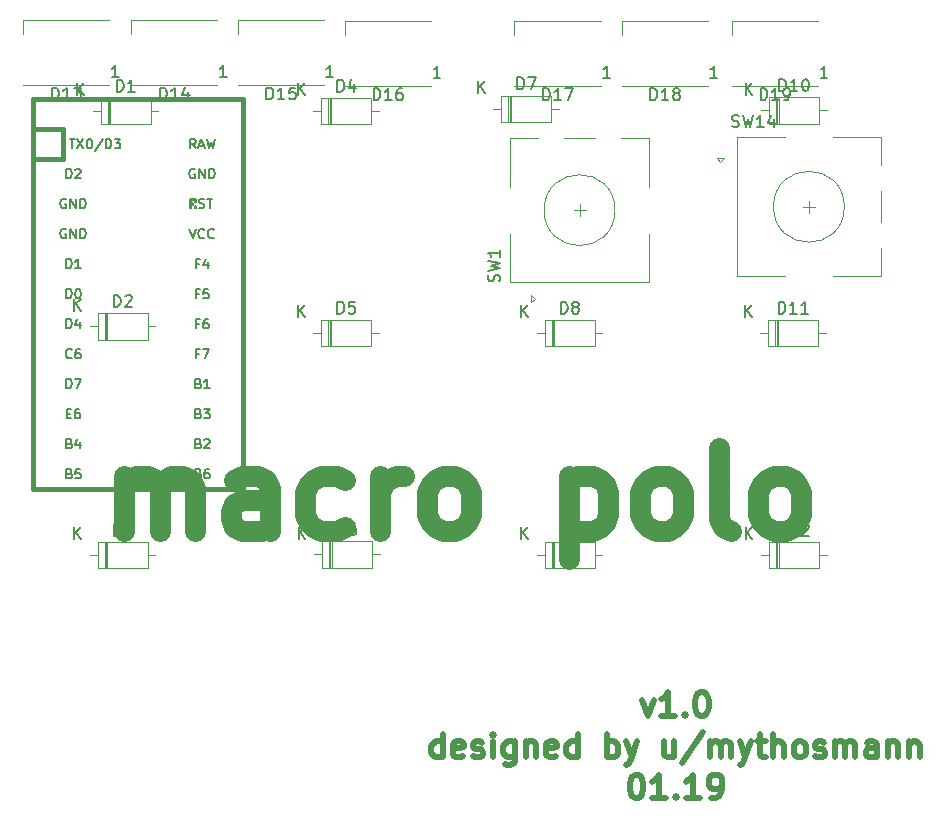
<source format=gbr>
G04 #@! TF.GenerationSoftware,KiCad,Pcbnew,(5.0.2)-1*
G04 #@! TF.CreationDate,2019-01-29T20:35:51-05:00*
G04 #@! TF.ProjectId,4x5macro,3478356d-6163-4726-9f2e-6b696361645f,rev?*
G04 #@! TF.SameCoordinates,Original*
G04 #@! TF.FileFunction,Legend,Top*
G04 #@! TF.FilePolarity,Positive*
%FSLAX46Y46*%
G04 Gerber Fmt 4.6, Leading zero omitted, Abs format (unit mm)*
G04 Created by KiCad (PCBNEW (5.0.2)-1) date 1/29/2019 8:35:51 PM*
%MOMM*%
%LPD*%
G01*
G04 APERTURE LIST*
%ADD10C,0.500000*%
%ADD11C,1.750000*%
%ADD12C,0.120000*%
%ADD13C,0.381000*%
%ADD14C,0.150000*%
G04 APERTURE END LIST*
D10*
X82740857Y-75890928D02*
X83217047Y-77224261D01*
X83693238Y-75890928D01*
X85502761Y-77224261D02*
X84359904Y-77224261D01*
X84931333Y-77224261D02*
X84931333Y-75224261D01*
X84740857Y-75509976D01*
X84550380Y-75700452D01*
X84359904Y-75795690D01*
X86359904Y-77033785D02*
X86455142Y-77129023D01*
X86359904Y-77224261D01*
X86264666Y-77129023D01*
X86359904Y-77033785D01*
X86359904Y-77224261D01*
X87693238Y-75224261D02*
X87883714Y-75224261D01*
X88074190Y-75319500D01*
X88169428Y-75414738D01*
X88264666Y-75605214D01*
X88359904Y-75986166D01*
X88359904Y-76462357D01*
X88264666Y-76843309D01*
X88169428Y-77033785D01*
X88074190Y-77129023D01*
X87883714Y-77224261D01*
X87693238Y-77224261D01*
X87502761Y-77129023D01*
X87407523Y-77033785D01*
X87312285Y-76843309D01*
X87217047Y-76462357D01*
X87217047Y-75986166D01*
X87312285Y-75605214D01*
X87407523Y-75414738D01*
X87502761Y-75319500D01*
X87693238Y-75224261D01*
X65836095Y-80724261D02*
X65836095Y-78724261D01*
X65836095Y-80629023D02*
X65645619Y-80724261D01*
X65264666Y-80724261D01*
X65074190Y-80629023D01*
X64978952Y-80533785D01*
X64883714Y-80343309D01*
X64883714Y-79771880D01*
X64978952Y-79581404D01*
X65074190Y-79486166D01*
X65264666Y-79390928D01*
X65645619Y-79390928D01*
X65836095Y-79486166D01*
X67550380Y-80629023D02*
X67359904Y-80724261D01*
X66978952Y-80724261D01*
X66788476Y-80629023D01*
X66693238Y-80438547D01*
X66693238Y-79676642D01*
X66788476Y-79486166D01*
X66978952Y-79390928D01*
X67359904Y-79390928D01*
X67550380Y-79486166D01*
X67645619Y-79676642D01*
X67645619Y-79867119D01*
X66693238Y-80057595D01*
X68407523Y-80629023D02*
X68598000Y-80724261D01*
X68978952Y-80724261D01*
X69169428Y-80629023D01*
X69264666Y-80438547D01*
X69264666Y-80343309D01*
X69169428Y-80152833D01*
X68978952Y-80057595D01*
X68693238Y-80057595D01*
X68502761Y-79962357D01*
X68407523Y-79771880D01*
X68407523Y-79676642D01*
X68502761Y-79486166D01*
X68693238Y-79390928D01*
X68978952Y-79390928D01*
X69169428Y-79486166D01*
X70121809Y-80724261D02*
X70121809Y-79390928D01*
X70121809Y-78724261D02*
X70026571Y-78819500D01*
X70121809Y-78914738D01*
X70217047Y-78819500D01*
X70121809Y-78724261D01*
X70121809Y-78914738D01*
X71931333Y-79390928D02*
X71931333Y-81009976D01*
X71836095Y-81200452D01*
X71740857Y-81295690D01*
X71550380Y-81390928D01*
X71264666Y-81390928D01*
X71074190Y-81295690D01*
X71931333Y-80629023D02*
X71740857Y-80724261D01*
X71359904Y-80724261D01*
X71169428Y-80629023D01*
X71074190Y-80533785D01*
X70978952Y-80343309D01*
X70978952Y-79771880D01*
X71074190Y-79581404D01*
X71169428Y-79486166D01*
X71359904Y-79390928D01*
X71740857Y-79390928D01*
X71931333Y-79486166D01*
X72883714Y-79390928D02*
X72883714Y-80724261D01*
X72883714Y-79581404D02*
X72978952Y-79486166D01*
X73169428Y-79390928D01*
X73455142Y-79390928D01*
X73645619Y-79486166D01*
X73740857Y-79676642D01*
X73740857Y-80724261D01*
X75455142Y-80629023D02*
X75264666Y-80724261D01*
X74883714Y-80724261D01*
X74693238Y-80629023D01*
X74598000Y-80438547D01*
X74598000Y-79676642D01*
X74693238Y-79486166D01*
X74883714Y-79390928D01*
X75264666Y-79390928D01*
X75455142Y-79486166D01*
X75550380Y-79676642D01*
X75550380Y-79867119D01*
X74598000Y-80057595D01*
X77264666Y-80724261D02*
X77264666Y-78724261D01*
X77264666Y-80629023D02*
X77074190Y-80724261D01*
X76693238Y-80724261D01*
X76502761Y-80629023D01*
X76407523Y-80533785D01*
X76312285Y-80343309D01*
X76312285Y-79771880D01*
X76407523Y-79581404D01*
X76502761Y-79486166D01*
X76693238Y-79390928D01*
X77074190Y-79390928D01*
X77264666Y-79486166D01*
X79740857Y-80724261D02*
X79740857Y-78724261D01*
X79740857Y-79486166D02*
X79931333Y-79390928D01*
X80312285Y-79390928D01*
X80502761Y-79486166D01*
X80598000Y-79581404D01*
X80693238Y-79771880D01*
X80693238Y-80343309D01*
X80598000Y-80533785D01*
X80502761Y-80629023D01*
X80312285Y-80724261D01*
X79931333Y-80724261D01*
X79740857Y-80629023D01*
X81359904Y-79390928D02*
X81836095Y-80724261D01*
X82312285Y-79390928D02*
X81836095Y-80724261D01*
X81645619Y-81200452D01*
X81550380Y-81295690D01*
X81359904Y-81390928D01*
X85455142Y-79390928D02*
X85455142Y-80724261D01*
X84598000Y-79390928D02*
X84598000Y-80438547D01*
X84693238Y-80629023D01*
X84883714Y-80724261D01*
X85169428Y-80724261D01*
X85359904Y-80629023D01*
X85455142Y-80533785D01*
X87836095Y-78629023D02*
X86121809Y-81200452D01*
X88502761Y-80724261D02*
X88502761Y-79390928D01*
X88502761Y-79581404D02*
X88598000Y-79486166D01*
X88788476Y-79390928D01*
X89074190Y-79390928D01*
X89264666Y-79486166D01*
X89359904Y-79676642D01*
X89359904Y-80724261D01*
X89359904Y-79676642D02*
X89455142Y-79486166D01*
X89645619Y-79390928D01*
X89931333Y-79390928D01*
X90121809Y-79486166D01*
X90217047Y-79676642D01*
X90217047Y-80724261D01*
X90978952Y-79390928D02*
X91455142Y-80724261D01*
X91931333Y-79390928D02*
X91455142Y-80724261D01*
X91264666Y-81200452D01*
X91169428Y-81295690D01*
X90978952Y-81390928D01*
X92407523Y-79390928D02*
X93169428Y-79390928D01*
X92693238Y-78724261D02*
X92693238Y-80438547D01*
X92788476Y-80629023D01*
X92978952Y-80724261D01*
X93169428Y-80724261D01*
X93836095Y-80724261D02*
X93836095Y-78724261D01*
X94693238Y-80724261D02*
X94693238Y-79676642D01*
X94598000Y-79486166D01*
X94407523Y-79390928D01*
X94121809Y-79390928D01*
X93931333Y-79486166D01*
X93836095Y-79581404D01*
X95931333Y-80724261D02*
X95740857Y-80629023D01*
X95645619Y-80533785D01*
X95550380Y-80343309D01*
X95550380Y-79771880D01*
X95645619Y-79581404D01*
X95740857Y-79486166D01*
X95931333Y-79390928D01*
X96217047Y-79390928D01*
X96407523Y-79486166D01*
X96502761Y-79581404D01*
X96598000Y-79771880D01*
X96598000Y-80343309D01*
X96502761Y-80533785D01*
X96407523Y-80629023D01*
X96217047Y-80724261D01*
X95931333Y-80724261D01*
X97359904Y-80629023D02*
X97550380Y-80724261D01*
X97931333Y-80724261D01*
X98121809Y-80629023D01*
X98217047Y-80438547D01*
X98217047Y-80343309D01*
X98121809Y-80152833D01*
X97931333Y-80057595D01*
X97645619Y-80057595D01*
X97455142Y-79962357D01*
X97359904Y-79771880D01*
X97359904Y-79676642D01*
X97455142Y-79486166D01*
X97645619Y-79390928D01*
X97931333Y-79390928D01*
X98121809Y-79486166D01*
X99074190Y-80724261D02*
X99074190Y-79390928D01*
X99074190Y-79581404D02*
X99169428Y-79486166D01*
X99359904Y-79390928D01*
X99645619Y-79390928D01*
X99836095Y-79486166D01*
X99931333Y-79676642D01*
X99931333Y-80724261D01*
X99931333Y-79676642D02*
X100026571Y-79486166D01*
X100217047Y-79390928D01*
X100502761Y-79390928D01*
X100693238Y-79486166D01*
X100788476Y-79676642D01*
X100788476Y-80724261D01*
X102598000Y-80724261D02*
X102598000Y-79676642D01*
X102502761Y-79486166D01*
X102312285Y-79390928D01*
X101931333Y-79390928D01*
X101740857Y-79486166D01*
X102598000Y-80629023D02*
X102407523Y-80724261D01*
X101931333Y-80724261D01*
X101740857Y-80629023D01*
X101645619Y-80438547D01*
X101645619Y-80248071D01*
X101740857Y-80057595D01*
X101931333Y-79962357D01*
X102407523Y-79962357D01*
X102598000Y-79867119D01*
X103550380Y-79390928D02*
X103550380Y-80724261D01*
X103550380Y-79581404D02*
X103645619Y-79486166D01*
X103836095Y-79390928D01*
X104121809Y-79390928D01*
X104312285Y-79486166D01*
X104407523Y-79676642D01*
X104407523Y-80724261D01*
X105359904Y-79390928D02*
X105359904Y-80724261D01*
X105359904Y-79581404D02*
X105455142Y-79486166D01*
X105645619Y-79390928D01*
X105931333Y-79390928D01*
X106121809Y-79486166D01*
X106217047Y-79676642D01*
X106217047Y-80724261D01*
X82169428Y-82224261D02*
X82359904Y-82224261D01*
X82550380Y-82319500D01*
X82645619Y-82414738D01*
X82740857Y-82605214D01*
X82836095Y-82986166D01*
X82836095Y-83462357D01*
X82740857Y-83843309D01*
X82645619Y-84033785D01*
X82550380Y-84129023D01*
X82359904Y-84224261D01*
X82169428Y-84224261D01*
X81978952Y-84129023D01*
X81883714Y-84033785D01*
X81788476Y-83843309D01*
X81693238Y-83462357D01*
X81693238Y-82986166D01*
X81788476Y-82605214D01*
X81883714Y-82414738D01*
X81978952Y-82319500D01*
X82169428Y-82224261D01*
X84740857Y-84224261D02*
X83598000Y-84224261D01*
X84169428Y-84224261D02*
X84169428Y-82224261D01*
X83978952Y-82509976D01*
X83788476Y-82700452D01*
X83598000Y-82795690D01*
X85598000Y-84033785D02*
X85693238Y-84129023D01*
X85598000Y-84224261D01*
X85502761Y-84129023D01*
X85598000Y-84033785D01*
X85598000Y-84224261D01*
X87598000Y-84224261D02*
X86455142Y-84224261D01*
X87026571Y-84224261D02*
X87026571Y-82224261D01*
X86836095Y-82509976D01*
X86645619Y-82700452D01*
X86455142Y-82795690D01*
X88550380Y-84224261D02*
X88931333Y-84224261D01*
X89121809Y-84129023D01*
X89217047Y-84033785D01*
X89407523Y-83748071D01*
X89502761Y-83367119D01*
X89502761Y-82605214D01*
X89407523Y-82414738D01*
X89312285Y-82319500D01*
X89121809Y-82224261D01*
X88740857Y-82224261D01*
X88550380Y-82319500D01*
X88455142Y-82414738D01*
X88359904Y-82605214D01*
X88359904Y-83081404D01*
X88455142Y-83271880D01*
X88550380Y-83367119D01*
X88740857Y-83462357D01*
X89121809Y-83462357D01*
X89312285Y-83367119D01*
X89407523Y-83271880D01*
X89502761Y-83081404D01*
D11*
X38873500Y-61586666D02*
X38873500Y-56920000D01*
X38873500Y-57586666D02*
X39206833Y-57253333D01*
X39873500Y-56920000D01*
X40873500Y-56920000D01*
X41540166Y-57253333D01*
X41873500Y-57920000D01*
X41873500Y-61586666D01*
X41873500Y-57920000D02*
X42206833Y-57253333D01*
X42873500Y-56920000D01*
X43873500Y-56920000D01*
X44540166Y-57253333D01*
X44873500Y-57920000D01*
X44873500Y-61586666D01*
X51206833Y-61586666D02*
X51206833Y-57920000D01*
X50873500Y-57253333D01*
X50206833Y-56920000D01*
X48873500Y-56920000D01*
X48206833Y-57253333D01*
X51206833Y-61253333D02*
X50540166Y-61586666D01*
X48873500Y-61586666D01*
X48206833Y-61253333D01*
X47873500Y-60586666D01*
X47873500Y-59920000D01*
X48206833Y-59253333D01*
X48873500Y-58920000D01*
X50540166Y-58920000D01*
X51206833Y-58586666D01*
X57540166Y-61253333D02*
X56873500Y-61586666D01*
X55540166Y-61586666D01*
X54873500Y-61253333D01*
X54540166Y-60920000D01*
X54206833Y-60253333D01*
X54206833Y-58253333D01*
X54540166Y-57586666D01*
X54873500Y-57253333D01*
X55540166Y-56920000D01*
X56873500Y-56920000D01*
X57540166Y-57253333D01*
X60540166Y-61586666D02*
X60540166Y-56920000D01*
X60540166Y-58253333D02*
X60873500Y-57586666D01*
X61206833Y-57253333D01*
X61873500Y-56920000D01*
X62540166Y-56920000D01*
X65873500Y-61586666D02*
X65206833Y-61253333D01*
X64873500Y-60920000D01*
X64540166Y-60253333D01*
X64540166Y-58253333D01*
X64873500Y-57586666D01*
X65206833Y-57253333D01*
X65873500Y-56920000D01*
X66873500Y-56920000D01*
X67540166Y-57253333D01*
X67873500Y-57586666D01*
X68206833Y-58253333D01*
X68206833Y-60253333D01*
X67873500Y-60920000D01*
X67540166Y-61253333D01*
X66873500Y-61586666D01*
X65873500Y-61586666D01*
X76540166Y-56920000D02*
X76540166Y-63920000D01*
X76540166Y-57253333D02*
X77206833Y-56920000D01*
X78540166Y-56920000D01*
X79206833Y-57253333D01*
X79540166Y-57586666D01*
X79873500Y-58253333D01*
X79873500Y-60253333D01*
X79540166Y-60920000D01*
X79206833Y-61253333D01*
X78540166Y-61586666D01*
X77206833Y-61586666D01*
X76540166Y-61253333D01*
X83873500Y-61586666D02*
X83206833Y-61253333D01*
X82873500Y-60920000D01*
X82540166Y-60253333D01*
X82540166Y-58253333D01*
X82873500Y-57586666D01*
X83206833Y-57253333D01*
X83873500Y-56920000D01*
X84873500Y-56920000D01*
X85540166Y-57253333D01*
X85873500Y-57586666D01*
X86206833Y-58253333D01*
X86206833Y-60253333D01*
X85873500Y-60920000D01*
X85540166Y-61253333D01*
X84873500Y-61586666D01*
X83873500Y-61586666D01*
X90206833Y-61586666D02*
X89540166Y-61253333D01*
X89206833Y-60586666D01*
X89206833Y-54586666D01*
X93873500Y-61586666D02*
X93206833Y-61253333D01*
X92873500Y-60920000D01*
X92540166Y-60253333D01*
X92540166Y-58253333D01*
X92873500Y-57586666D01*
X93206833Y-57253333D01*
X93873500Y-56920000D01*
X94873500Y-56920000D01*
X95540166Y-57253333D01*
X95873500Y-57586666D01*
X96206833Y-58253333D01*
X96206833Y-60253333D01*
X95873500Y-60920000D01*
X95540166Y-61253333D01*
X94873500Y-61586666D01*
X93873500Y-61586666D01*
D12*
G04 #@! TO.C,SW1*
X80430000Y-34410000D02*
G75*
G03X80430000Y-34410000I-3000000J0D01*
G01*
X71530000Y-32410000D02*
X71530000Y-28310000D01*
X83330000Y-28310000D02*
X83330000Y-32410000D01*
X83330000Y-36410000D02*
X83330000Y-40510000D01*
X71530000Y-36410000D02*
X71530000Y-40510000D01*
X71530000Y-40510000D02*
X83330000Y-40510000D01*
X73630000Y-41910000D02*
X73330000Y-42210000D01*
X73330000Y-42210000D02*
X73330000Y-41610000D01*
X73330000Y-41610000D02*
X73630000Y-41910000D01*
X71530000Y-28310000D02*
X73930000Y-28310000D01*
X76130000Y-28310000D02*
X78730000Y-28310000D01*
X80930000Y-28310000D02*
X83330000Y-28310000D01*
X76930000Y-34410000D02*
X77930000Y-34410000D01*
X77430000Y-34910000D02*
X77430000Y-33910000D01*
G04 #@! TO.C,SW14*
X99844500Y-34123000D02*
G75*
G03X99844500Y-34123000I-3000000J0D01*
G01*
X98844500Y-28223000D02*
X102944500Y-28223000D01*
X102944500Y-40023000D02*
X98844500Y-40023000D01*
X94844500Y-40023000D02*
X90744500Y-40023000D01*
X94844500Y-28223000D02*
X90744500Y-28223000D01*
X90744500Y-28223000D02*
X90744500Y-40023000D01*
X89344500Y-30323000D02*
X89044500Y-30023000D01*
X89044500Y-30023000D02*
X89644500Y-30023000D01*
X89644500Y-30023000D02*
X89344500Y-30323000D01*
X102944500Y-28223000D02*
X102944500Y-30623000D01*
X102944500Y-32823000D02*
X102944500Y-35423000D01*
X102944500Y-37623000D02*
X102944500Y-40023000D01*
X96844500Y-33623000D02*
X96844500Y-34623000D01*
X96344500Y-34123000D02*
X97344500Y-34123000D01*
D13*
G04 #@! TO.C,U1*
X33655000Y-27559000D02*
X31115000Y-27559000D01*
X31115000Y-25019000D02*
X31115000Y-27559000D01*
X48895000Y-25019000D02*
X31115000Y-25019000D01*
X48895000Y-27559000D02*
X48895000Y-25019000D01*
D14*
G36*
X44936568Y-34038360D02*
X44936568Y-34238360D01*
X44836568Y-34238360D01*
X44836568Y-34038360D01*
X44936568Y-34038360D01*
G37*
X44936568Y-34038360D02*
X44936568Y-34238360D01*
X44836568Y-34238360D01*
X44836568Y-34038360D01*
X44936568Y-34038360D01*
G36*
X44536568Y-33438360D02*
X44536568Y-34238360D01*
X44436568Y-34238360D01*
X44436568Y-33438360D01*
X44536568Y-33438360D01*
G37*
X44536568Y-33438360D02*
X44536568Y-34238360D01*
X44436568Y-34238360D01*
X44436568Y-33438360D01*
X44536568Y-33438360D01*
G36*
X44936568Y-33438360D02*
X44936568Y-33538360D01*
X44436568Y-33538360D01*
X44436568Y-33438360D01*
X44936568Y-33438360D01*
G37*
X44936568Y-33438360D02*
X44936568Y-33538360D01*
X44436568Y-33538360D01*
X44436568Y-33438360D01*
X44936568Y-33438360D01*
G36*
X44736568Y-33838360D02*
X44736568Y-33938360D01*
X44636568Y-33938360D01*
X44636568Y-33838360D01*
X44736568Y-33838360D01*
G37*
X44736568Y-33838360D02*
X44736568Y-33938360D01*
X44636568Y-33938360D01*
X44636568Y-33838360D01*
X44736568Y-33838360D01*
G36*
X44936568Y-33438360D02*
X44936568Y-33738360D01*
X44836568Y-33738360D01*
X44836568Y-33438360D01*
X44936568Y-33438360D01*
G37*
X44936568Y-33438360D02*
X44936568Y-33738360D01*
X44836568Y-33738360D01*
X44836568Y-33438360D01*
X44936568Y-33438360D01*
D13*
X33655000Y-30099000D02*
X31115000Y-30099000D01*
X33655000Y-27559000D02*
X33655000Y-30099000D01*
X48895000Y-58039000D02*
X48895000Y-27559000D01*
X31115000Y-58039000D02*
X48895000Y-58039000D01*
X31115000Y-27559000D02*
X31115000Y-58039000D01*
D12*
G04 #@! TO.C,D11*
X93384000Y-43711000D02*
X93384000Y-45951000D01*
X93384000Y-45951000D02*
X97624000Y-45951000D01*
X97624000Y-45951000D02*
X97624000Y-43711000D01*
X97624000Y-43711000D02*
X93384000Y-43711000D01*
X92734000Y-44831000D02*
X93384000Y-44831000D01*
X98274000Y-44831000D02*
X97624000Y-44831000D01*
X94104000Y-43711000D02*
X94104000Y-45951000D01*
X94224000Y-43711000D02*
X94224000Y-45951000D01*
X93984000Y-43711000D02*
X93984000Y-45951000D01*
G04 #@! TO.C,D1*
X36869000Y-24915000D02*
X36869000Y-27155000D01*
X36869000Y-27155000D02*
X41109000Y-27155000D01*
X41109000Y-27155000D02*
X41109000Y-24915000D01*
X41109000Y-24915000D02*
X36869000Y-24915000D01*
X36219000Y-26035000D02*
X36869000Y-26035000D01*
X41759000Y-26035000D02*
X41109000Y-26035000D01*
X37589000Y-24915000D02*
X37589000Y-27155000D01*
X37709000Y-24915000D02*
X37709000Y-27155000D01*
X37469000Y-24915000D02*
X37469000Y-27155000D01*
G04 #@! TO.C,D2*
X37215000Y-43139500D02*
X37215000Y-45379500D01*
X37455000Y-43139500D02*
X37455000Y-45379500D01*
X37335000Y-43139500D02*
X37335000Y-45379500D01*
X41505000Y-44259500D02*
X40855000Y-44259500D01*
X35965000Y-44259500D02*
X36615000Y-44259500D01*
X40855000Y-43139500D02*
X36615000Y-43139500D01*
X40855000Y-45379500D02*
X40855000Y-43139500D01*
X36615000Y-45379500D02*
X40855000Y-45379500D01*
X36615000Y-43139500D02*
X36615000Y-45379500D01*
G04 #@! TO.C,D3*
X37215000Y-62507000D02*
X37215000Y-64747000D01*
X37455000Y-62507000D02*
X37455000Y-64747000D01*
X37335000Y-62507000D02*
X37335000Y-64747000D01*
X41505000Y-63627000D02*
X40855000Y-63627000D01*
X35965000Y-63627000D02*
X36615000Y-63627000D01*
X40855000Y-62507000D02*
X36615000Y-62507000D01*
X40855000Y-64747000D02*
X40855000Y-62507000D01*
X36615000Y-64747000D02*
X40855000Y-64747000D01*
X36615000Y-62507000D02*
X36615000Y-64747000D01*
G04 #@! TO.C,D4*
X55538000Y-24915000D02*
X55538000Y-27155000D01*
X55538000Y-27155000D02*
X59778000Y-27155000D01*
X59778000Y-27155000D02*
X59778000Y-24915000D01*
X59778000Y-24915000D02*
X55538000Y-24915000D01*
X54888000Y-26035000D02*
X55538000Y-26035000D01*
X60428000Y-26035000D02*
X59778000Y-26035000D01*
X56258000Y-24915000D02*
X56258000Y-27155000D01*
X56378000Y-24915000D02*
X56378000Y-27155000D01*
X56138000Y-24915000D02*
X56138000Y-27155000D01*
G04 #@! TO.C,D5*
X55538000Y-43711000D02*
X55538000Y-45951000D01*
X55538000Y-45951000D02*
X59778000Y-45951000D01*
X59778000Y-45951000D02*
X59778000Y-43711000D01*
X59778000Y-43711000D02*
X55538000Y-43711000D01*
X54888000Y-44831000D02*
X55538000Y-44831000D01*
X60428000Y-44831000D02*
X59778000Y-44831000D01*
X56258000Y-43711000D02*
X56258000Y-45951000D01*
X56378000Y-43711000D02*
X56378000Y-45951000D01*
X56138000Y-43711000D02*
X56138000Y-45951000D01*
G04 #@! TO.C,D6*
X55601500Y-62443500D02*
X55601500Y-64683500D01*
X55601500Y-64683500D02*
X59841500Y-64683500D01*
X59841500Y-64683500D02*
X59841500Y-62443500D01*
X59841500Y-62443500D02*
X55601500Y-62443500D01*
X54951500Y-63563500D02*
X55601500Y-63563500D01*
X60491500Y-63563500D02*
X59841500Y-63563500D01*
X56321500Y-62443500D02*
X56321500Y-64683500D01*
X56441500Y-62443500D02*
X56441500Y-64683500D01*
X56201500Y-62443500D02*
X56201500Y-64683500D01*
G04 #@! TO.C,D7*
X70778000Y-24724500D02*
X70778000Y-26964500D01*
X70778000Y-26964500D02*
X75018000Y-26964500D01*
X75018000Y-26964500D02*
X75018000Y-24724500D01*
X75018000Y-24724500D02*
X70778000Y-24724500D01*
X70128000Y-25844500D02*
X70778000Y-25844500D01*
X75668000Y-25844500D02*
X75018000Y-25844500D01*
X71498000Y-24724500D02*
X71498000Y-26964500D01*
X71618000Y-24724500D02*
X71618000Y-26964500D01*
X71378000Y-24724500D02*
X71378000Y-26964500D01*
G04 #@! TO.C,D8*
X75061000Y-43711000D02*
X75061000Y-45951000D01*
X75301000Y-43711000D02*
X75301000Y-45951000D01*
X75181000Y-43711000D02*
X75181000Y-45951000D01*
X79351000Y-44831000D02*
X78701000Y-44831000D01*
X73811000Y-44831000D02*
X74461000Y-44831000D01*
X78701000Y-43711000D02*
X74461000Y-43711000D01*
X78701000Y-45951000D02*
X78701000Y-43711000D01*
X74461000Y-45951000D02*
X78701000Y-45951000D01*
X74461000Y-43711000D02*
X74461000Y-45951000D01*
G04 #@! TO.C,D9*
X75061000Y-62507000D02*
X75061000Y-64747000D01*
X75301000Y-62507000D02*
X75301000Y-64747000D01*
X75181000Y-62507000D02*
X75181000Y-64747000D01*
X79351000Y-63627000D02*
X78701000Y-63627000D01*
X73811000Y-63627000D02*
X74461000Y-63627000D01*
X78701000Y-62507000D02*
X74461000Y-62507000D01*
X78701000Y-64747000D02*
X78701000Y-62507000D01*
X74461000Y-64747000D02*
X78701000Y-64747000D01*
X74461000Y-62507000D02*
X74461000Y-64747000D01*
G04 #@! TO.C,D10*
X94047500Y-24851500D02*
X94047500Y-27091500D01*
X94287500Y-24851500D02*
X94287500Y-27091500D01*
X94167500Y-24851500D02*
X94167500Y-27091500D01*
X98337500Y-25971500D02*
X97687500Y-25971500D01*
X92797500Y-25971500D02*
X93447500Y-25971500D01*
X97687500Y-24851500D02*
X93447500Y-24851500D01*
X97687500Y-27091500D02*
X97687500Y-24851500D01*
X93447500Y-27091500D02*
X97687500Y-27091500D01*
X93447500Y-24851500D02*
X93447500Y-27091500D01*
G04 #@! TO.C,D12*
X94047500Y-62507000D02*
X94047500Y-64747000D01*
X94287500Y-62507000D02*
X94287500Y-64747000D01*
X94167500Y-62507000D02*
X94167500Y-64747000D01*
X98337500Y-63627000D02*
X97687500Y-63627000D01*
X92797500Y-63627000D02*
X93447500Y-63627000D01*
X97687500Y-62507000D02*
X93447500Y-62507000D01*
X97687500Y-64747000D02*
X97687500Y-62507000D01*
X93447500Y-64747000D02*
X97687500Y-64747000D01*
X93447500Y-62507000D02*
X93447500Y-64747000D01*
G04 #@! TO.C,D13*
X37622500Y-23832000D02*
X30322500Y-23832000D01*
X37622500Y-18332000D02*
X30322500Y-18332000D01*
X30322500Y-18332000D02*
X30322500Y-19482000D01*
G04 #@! TO.C,D14*
X39466500Y-18332000D02*
X39466500Y-19482000D01*
X46766500Y-18332000D02*
X39466500Y-18332000D01*
X46766500Y-23832000D02*
X39466500Y-23832000D01*
G04 #@! TO.C,D15*
X55783500Y-23832000D02*
X48483500Y-23832000D01*
X55783500Y-18332000D02*
X48483500Y-18332000D01*
X48483500Y-18332000D02*
X48483500Y-19482000D01*
G04 #@! TO.C,D16*
X57564000Y-18395500D02*
X57564000Y-19545500D01*
X64864000Y-18395500D02*
X57564000Y-18395500D01*
X64864000Y-23895500D02*
X57564000Y-23895500D01*
G04 #@! TO.C,D17*
X79215000Y-23895500D02*
X71915000Y-23895500D01*
X79215000Y-18395500D02*
X71915000Y-18395500D01*
X71915000Y-18395500D02*
X71915000Y-19545500D01*
G04 #@! TO.C,D18*
X80995500Y-18395500D02*
X80995500Y-19545500D01*
X88295500Y-18395500D02*
X80995500Y-18395500D01*
X88295500Y-23895500D02*
X80995500Y-23895500D01*
G04 #@! TO.C,D19*
X97630000Y-23895500D02*
X90330000Y-23895500D01*
X97630000Y-18395500D02*
X90330000Y-18395500D01*
X90330000Y-18395500D02*
X90330000Y-19545500D01*
G04 #@! TO.C,SW1*
D14*
X70634761Y-40443333D02*
X70682380Y-40300476D01*
X70682380Y-40062380D01*
X70634761Y-39967142D01*
X70587142Y-39919523D01*
X70491904Y-39871904D01*
X70396666Y-39871904D01*
X70301428Y-39919523D01*
X70253809Y-39967142D01*
X70206190Y-40062380D01*
X70158571Y-40252857D01*
X70110952Y-40348095D01*
X70063333Y-40395714D01*
X69968095Y-40443333D01*
X69872857Y-40443333D01*
X69777619Y-40395714D01*
X69730000Y-40348095D01*
X69682380Y-40252857D01*
X69682380Y-40014761D01*
X69730000Y-39871904D01*
X69682380Y-39538571D02*
X70682380Y-39300476D01*
X69968095Y-39110000D01*
X70682380Y-38919523D01*
X69682380Y-38681428D01*
X70682380Y-37776666D02*
X70682380Y-38348095D01*
X70682380Y-38062380D02*
X69682380Y-38062380D01*
X69825238Y-38157619D01*
X69920476Y-38252857D01*
X69968095Y-38348095D01*
G04 #@! TO.C,SW14*
X90334976Y-27327761D02*
X90477833Y-27375380D01*
X90715928Y-27375380D01*
X90811166Y-27327761D01*
X90858785Y-27280142D01*
X90906404Y-27184904D01*
X90906404Y-27089666D01*
X90858785Y-26994428D01*
X90811166Y-26946809D01*
X90715928Y-26899190D01*
X90525452Y-26851571D01*
X90430214Y-26803952D01*
X90382595Y-26756333D01*
X90334976Y-26661095D01*
X90334976Y-26565857D01*
X90382595Y-26470619D01*
X90430214Y-26423000D01*
X90525452Y-26375380D01*
X90763547Y-26375380D01*
X90906404Y-26423000D01*
X91239738Y-26375380D02*
X91477833Y-27375380D01*
X91668309Y-26661095D01*
X91858785Y-27375380D01*
X92096880Y-26375380D01*
X93001642Y-27375380D02*
X92430214Y-27375380D01*
X92715928Y-27375380D02*
X92715928Y-26375380D01*
X92620690Y-26518238D01*
X92525452Y-26613476D01*
X92430214Y-26661095D01*
X93858785Y-26708714D02*
X93858785Y-27375380D01*
X93620690Y-26327761D02*
X93382595Y-27042047D01*
X94001642Y-27042047D01*
G04 #@! TO.C,U1*
X34242651Y-28390904D02*
X34699794Y-28390904D01*
X34471223Y-29190904D02*
X34471223Y-28390904D01*
X34890270Y-28390904D02*
X35423604Y-29190904D01*
X35423604Y-28390904D02*
X34890270Y-29190904D01*
X35880747Y-28390904D02*
X35956937Y-28390904D01*
X36033128Y-28429000D01*
X36071223Y-28467095D01*
X36109318Y-28543285D01*
X36147413Y-28695666D01*
X36147413Y-28886142D01*
X36109318Y-29038523D01*
X36071223Y-29114714D01*
X36033128Y-29152809D01*
X35956937Y-29190904D01*
X35880747Y-29190904D01*
X35804556Y-29152809D01*
X35766461Y-29114714D01*
X35728366Y-29038523D01*
X35690270Y-28886142D01*
X35690270Y-28695666D01*
X35728366Y-28543285D01*
X35766461Y-28467095D01*
X35804556Y-28429000D01*
X35880747Y-28390904D01*
X37061699Y-28352809D02*
X36375985Y-29381380D01*
X37328366Y-29190904D02*
X37328366Y-28390904D01*
X37518842Y-28390904D01*
X37633128Y-28429000D01*
X37709318Y-28505190D01*
X37747413Y-28581380D01*
X37785508Y-28733761D01*
X37785508Y-28848047D01*
X37747413Y-29000428D01*
X37709318Y-29076619D01*
X37633128Y-29152809D01*
X37518842Y-29190904D01*
X37328366Y-29190904D01*
X38052175Y-28390904D02*
X38547413Y-28390904D01*
X38280747Y-28695666D01*
X38395032Y-28695666D01*
X38471223Y-28733761D01*
X38509318Y-28771857D01*
X38547413Y-28848047D01*
X38547413Y-29038523D01*
X38509318Y-29114714D01*
X38471223Y-29152809D01*
X38395032Y-29190904D01*
X38166461Y-29190904D01*
X38090270Y-29152809D01*
X38052175Y-29114714D01*
X33953523Y-31730904D02*
X33953523Y-30930904D01*
X34144000Y-30930904D01*
X34258285Y-30969000D01*
X34334476Y-31045190D01*
X34372571Y-31121380D01*
X34410666Y-31273761D01*
X34410666Y-31388047D01*
X34372571Y-31540428D01*
X34334476Y-31616619D01*
X34258285Y-31692809D01*
X34144000Y-31730904D01*
X33953523Y-31730904D01*
X34715428Y-31007095D02*
X34753523Y-30969000D01*
X34829714Y-30930904D01*
X35020190Y-30930904D01*
X35096380Y-30969000D01*
X35134476Y-31007095D01*
X35172571Y-31083285D01*
X35172571Y-31159476D01*
X35134476Y-31273761D01*
X34677333Y-31730904D01*
X35172571Y-31730904D01*
X33953523Y-41890904D02*
X33953523Y-41090904D01*
X34144000Y-41090904D01*
X34258285Y-41129000D01*
X34334476Y-41205190D01*
X34372571Y-41281380D01*
X34410666Y-41433761D01*
X34410666Y-41548047D01*
X34372571Y-41700428D01*
X34334476Y-41776619D01*
X34258285Y-41852809D01*
X34144000Y-41890904D01*
X33953523Y-41890904D01*
X34905904Y-41090904D02*
X34982095Y-41090904D01*
X35058285Y-41129000D01*
X35096380Y-41167095D01*
X35134476Y-41243285D01*
X35172571Y-41395666D01*
X35172571Y-41586142D01*
X35134476Y-41738523D01*
X35096380Y-41814714D01*
X35058285Y-41852809D01*
X34982095Y-41890904D01*
X34905904Y-41890904D01*
X34829714Y-41852809D01*
X34791619Y-41814714D01*
X34753523Y-41738523D01*
X34715428Y-41586142D01*
X34715428Y-41395666D01*
X34753523Y-41243285D01*
X34791619Y-41167095D01*
X34829714Y-41129000D01*
X34905904Y-41090904D01*
X33953523Y-39350904D02*
X33953523Y-38550904D01*
X34144000Y-38550904D01*
X34258285Y-38589000D01*
X34334476Y-38665190D01*
X34372571Y-38741380D01*
X34410666Y-38893761D01*
X34410666Y-39008047D01*
X34372571Y-39160428D01*
X34334476Y-39236619D01*
X34258285Y-39312809D01*
X34144000Y-39350904D01*
X33953523Y-39350904D01*
X35172571Y-39350904D02*
X34715428Y-39350904D01*
X34944000Y-39350904D02*
X34944000Y-38550904D01*
X34867809Y-38665190D01*
X34791619Y-38741380D01*
X34715428Y-38779476D01*
X33934476Y-36049000D02*
X33858285Y-36010904D01*
X33744000Y-36010904D01*
X33629714Y-36049000D01*
X33553523Y-36125190D01*
X33515428Y-36201380D01*
X33477333Y-36353761D01*
X33477333Y-36468047D01*
X33515428Y-36620428D01*
X33553523Y-36696619D01*
X33629714Y-36772809D01*
X33744000Y-36810904D01*
X33820190Y-36810904D01*
X33934476Y-36772809D01*
X33972571Y-36734714D01*
X33972571Y-36468047D01*
X33820190Y-36468047D01*
X34315428Y-36810904D02*
X34315428Y-36010904D01*
X34772571Y-36810904D01*
X34772571Y-36010904D01*
X35153523Y-36810904D02*
X35153523Y-36010904D01*
X35344000Y-36010904D01*
X35458285Y-36049000D01*
X35534476Y-36125190D01*
X35572571Y-36201380D01*
X35610666Y-36353761D01*
X35610666Y-36468047D01*
X35572571Y-36620428D01*
X35534476Y-36696619D01*
X35458285Y-36772809D01*
X35344000Y-36810904D01*
X35153523Y-36810904D01*
X33934476Y-33509000D02*
X33858285Y-33470904D01*
X33744000Y-33470904D01*
X33629714Y-33509000D01*
X33553523Y-33585190D01*
X33515428Y-33661380D01*
X33477333Y-33813761D01*
X33477333Y-33928047D01*
X33515428Y-34080428D01*
X33553523Y-34156619D01*
X33629714Y-34232809D01*
X33744000Y-34270904D01*
X33820190Y-34270904D01*
X33934476Y-34232809D01*
X33972571Y-34194714D01*
X33972571Y-33928047D01*
X33820190Y-33928047D01*
X34315428Y-34270904D02*
X34315428Y-33470904D01*
X34772571Y-34270904D01*
X34772571Y-33470904D01*
X35153523Y-34270904D02*
X35153523Y-33470904D01*
X35344000Y-33470904D01*
X35458285Y-33509000D01*
X35534476Y-33585190D01*
X35572571Y-33661380D01*
X35610666Y-33813761D01*
X35610666Y-33928047D01*
X35572571Y-34080428D01*
X35534476Y-34156619D01*
X35458285Y-34232809D01*
X35344000Y-34270904D01*
X35153523Y-34270904D01*
X33953523Y-44430904D02*
X33953523Y-43630904D01*
X34144000Y-43630904D01*
X34258285Y-43669000D01*
X34334476Y-43745190D01*
X34372571Y-43821380D01*
X34410666Y-43973761D01*
X34410666Y-44088047D01*
X34372571Y-44240428D01*
X34334476Y-44316619D01*
X34258285Y-44392809D01*
X34144000Y-44430904D01*
X33953523Y-44430904D01*
X35096380Y-43897571D02*
X35096380Y-44430904D01*
X34905904Y-43592809D02*
X34715428Y-44164238D01*
X35210666Y-44164238D01*
X34410666Y-46894714D02*
X34372571Y-46932809D01*
X34258285Y-46970904D01*
X34182095Y-46970904D01*
X34067809Y-46932809D01*
X33991619Y-46856619D01*
X33953523Y-46780428D01*
X33915428Y-46628047D01*
X33915428Y-46513761D01*
X33953523Y-46361380D01*
X33991619Y-46285190D01*
X34067809Y-46209000D01*
X34182095Y-46170904D01*
X34258285Y-46170904D01*
X34372571Y-46209000D01*
X34410666Y-46247095D01*
X35096380Y-46170904D02*
X34944000Y-46170904D01*
X34867809Y-46209000D01*
X34829714Y-46247095D01*
X34753523Y-46361380D01*
X34715428Y-46513761D01*
X34715428Y-46818523D01*
X34753523Y-46894714D01*
X34791619Y-46932809D01*
X34867809Y-46970904D01*
X35020190Y-46970904D01*
X35096380Y-46932809D01*
X35134476Y-46894714D01*
X35172571Y-46818523D01*
X35172571Y-46628047D01*
X35134476Y-46551857D01*
X35096380Y-46513761D01*
X35020190Y-46475666D01*
X34867809Y-46475666D01*
X34791619Y-46513761D01*
X34753523Y-46551857D01*
X34715428Y-46628047D01*
X33953523Y-49510904D02*
X33953523Y-48710904D01*
X34144000Y-48710904D01*
X34258285Y-48749000D01*
X34334476Y-48825190D01*
X34372571Y-48901380D01*
X34410666Y-49053761D01*
X34410666Y-49168047D01*
X34372571Y-49320428D01*
X34334476Y-49396619D01*
X34258285Y-49472809D01*
X34144000Y-49510904D01*
X33953523Y-49510904D01*
X34677333Y-48710904D02*
X35210666Y-48710904D01*
X34867809Y-49510904D01*
X33991619Y-51631857D02*
X34258285Y-51631857D01*
X34372571Y-52050904D02*
X33991619Y-52050904D01*
X33991619Y-51250904D01*
X34372571Y-51250904D01*
X35058285Y-51250904D02*
X34905904Y-51250904D01*
X34829714Y-51289000D01*
X34791619Y-51327095D01*
X34715428Y-51441380D01*
X34677333Y-51593761D01*
X34677333Y-51898523D01*
X34715428Y-51974714D01*
X34753523Y-52012809D01*
X34829714Y-52050904D01*
X34982095Y-52050904D01*
X35058285Y-52012809D01*
X35096380Y-51974714D01*
X35134476Y-51898523D01*
X35134476Y-51708047D01*
X35096380Y-51631857D01*
X35058285Y-51593761D01*
X34982095Y-51555666D01*
X34829714Y-51555666D01*
X34753523Y-51593761D01*
X34715428Y-51631857D01*
X34677333Y-51708047D01*
X34220190Y-54171857D02*
X34334476Y-54209952D01*
X34372571Y-54248047D01*
X34410666Y-54324238D01*
X34410666Y-54438523D01*
X34372571Y-54514714D01*
X34334476Y-54552809D01*
X34258285Y-54590904D01*
X33953523Y-54590904D01*
X33953523Y-53790904D01*
X34220190Y-53790904D01*
X34296380Y-53829000D01*
X34334476Y-53867095D01*
X34372571Y-53943285D01*
X34372571Y-54019476D01*
X34334476Y-54095666D01*
X34296380Y-54133761D01*
X34220190Y-54171857D01*
X33953523Y-54171857D01*
X35096380Y-54057571D02*
X35096380Y-54590904D01*
X34905904Y-53752809D02*
X34715428Y-54324238D01*
X35210666Y-54324238D01*
X34220190Y-56711857D02*
X34334476Y-56749952D01*
X34372571Y-56788047D01*
X34410666Y-56864238D01*
X34410666Y-56978523D01*
X34372571Y-57054714D01*
X34334476Y-57092809D01*
X34258285Y-57130904D01*
X33953523Y-57130904D01*
X33953523Y-56330904D01*
X34220190Y-56330904D01*
X34296380Y-56369000D01*
X34334476Y-56407095D01*
X34372571Y-56483285D01*
X34372571Y-56559476D01*
X34334476Y-56635666D01*
X34296380Y-56673761D01*
X34220190Y-56711857D01*
X33953523Y-56711857D01*
X35134476Y-56330904D02*
X34753523Y-56330904D01*
X34715428Y-56711857D01*
X34753523Y-56673761D01*
X34829714Y-56635666D01*
X35020190Y-56635666D01*
X35096380Y-56673761D01*
X35134476Y-56711857D01*
X35172571Y-56788047D01*
X35172571Y-56978523D01*
X35134476Y-57054714D01*
X35096380Y-57092809D01*
X35020190Y-57130904D01*
X34829714Y-57130904D01*
X34753523Y-57092809D01*
X34715428Y-57054714D01*
X45142190Y-56711857D02*
X45256476Y-56749952D01*
X45294571Y-56788047D01*
X45332666Y-56864238D01*
X45332666Y-56978523D01*
X45294571Y-57054714D01*
X45256476Y-57092809D01*
X45180285Y-57130904D01*
X44875523Y-57130904D01*
X44875523Y-56330904D01*
X45142190Y-56330904D01*
X45218380Y-56369000D01*
X45256476Y-56407095D01*
X45294571Y-56483285D01*
X45294571Y-56559476D01*
X45256476Y-56635666D01*
X45218380Y-56673761D01*
X45142190Y-56711857D01*
X44875523Y-56711857D01*
X46018380Y-56330904D02*
X45866000Y-56330904D01*
X45789809Y-56369000D01*
X45751714Y-56407095D01*
X45675523Y-56521380D01*
X45637428Y-56673761D01*
X45637428Y-56978523D01*
X45675523Y-57054714D01*
X45713619Y-57092809D01*
X45789809Y-57130904D01*
X45942190Y-57130904D01*
X46018380Y-57092809D01*
X46056476Y-57054714D01*
X46094571Y-56978523D01*
X46094571Y-56788047D01*
X46056476Y-56711857D01*
X46018380Y-56673761D01*
X45942190Y-56635666D01*
X45789809Y-56635666D01*
X45713619Y-56673761D01*
X45675523Y-56711857D01*
X45637428Y-56788047D01*
X45142190Y-51631857D02*
X45256476Y-51669952D01*
X45294571Y-51708047D01*
X45332666Y-51784238D01*
X45332666Y-51898523D01*
X45294571Y-51974714D01*
X45256476Y-52012809D01*
X45180285Y-52050904D01*
X44875523Y-52050904D01*
X44875523Y-51250904D01*
X45142190Y-51250904D01*
X45218380Y-51289000D01*
X45256476Y-51327095D01*
X45294571Y-51403285D01*
X45294571Y-51479476D01*
X45256476Y-51555666D01*
X45218380Y-51593761D01*
X45142190Y-51631857D01*
X44875523Y-51631857D01*
X45599333Y-51250904D02*
X46094571Y-51250904D01*
X45827904Y-51555666D01*
X45942190Y-51555666D01*
X46018380Y-51593761D01*
X46056476Y-51631857D01*
X46094571Y-51708047D01*
X46094571Y-51898523D01*
X46056476Y-51974714D01*
X46018380Y-52012809D01*
X45942190Y-52050904D01*
X45713619Y-52050904D01*
X45637428Y-52012809D01*
X45599333Y-51974714D01*
X45142190Y-49091857D02*
X45256476Y-49129952D01*
X45294571Y-49168047D01*
X45332666Y-49244238D01*
X45332666Y-49358523D01*
X45294571Y-49434714D01*
X45256476Y-49472809D01*
X45180285Y-49510904D01*
X44875523Y-49510904D01*
X44875523Y-48710904D01*
X45142190Y-48710904D01*
X45218380Y-48749000D01*
X45256476Y-48787095D01*
X45294571Y-48863285D01*
X45294571Y-48939476D01*
X45256476Y-49015666D01*
X45218380Y-49053761D01*
X45142190Y-49091857D01*
X44875523Y-49091857D01*
X46094571Y-49510904D02*
X45637428Y-49510904D01*
X45866000Y-49510904D02*
X45866000Y-48710904D01*
X45789809Y-48825190D01*
X45713619Y-48901380D01*
X45637428Y-48939476D01*
X45199333Y-38931857D02*
X44932666Y-38931857D01*
X44932666Y-39350904D02*
X44932666Y-38550904D01*
X45313619Y-38550904D01*
X45961238Y-38817571D02*
X45961238Y-39350904D01*
X45770761Y-38512809D02*
X45580285Y-39084238D01*
X46075523Y-39084238D01*
X44399333Y-36010904D02*
X44666000Y-36810904D01*
X44932666Y-36010904D01*
X45656476Y-36734714D02*
X45618380Y-36772809D01*
X45504095Y-36810904D01*
X45427904Y-36810904D01*
X45313619Y-36772809D01*
X45237428Y-36696619D01*
X45199333Y-36620428D01*
X45161238Y-36468047D01*
X45161238Y-36353761D01*
X45199333Y-36201380D01*
X45237428Y-36125190D01*
X45313619Y-36049000D01*
X45427904Y-36010904D01*
X45504095Y-36010904D01*
X45618380Y-36049000D01*
X45656476Y-36087095D01*
X46456476Y-36734714D02*
X46418380Y-36772809D01*
X46304095Y-36810904D01*
X46227904Y-36810904D01*
X46113619Y-36772809D01*
X46037428Y-36696619D01*
X45999333Y-36620428D01*
X45961238Y-36468047D01*
X45961238Y-36353761D01*
X45999333Y-36201380D01*
X46037428Y-36125190D01*
X46113619Y-36049000D01*
X46227904Y-36010904D01*
X46304095Y-36010904D01*
X46418380Y-36049000D01*
X46456476Y-36087095D01*
X45204786Y-34202809D02*
X45319072Y-34240904D01*
X45509548Y-34240904D01*
X45585739Y-34202809D01*
X45623834Y-34164714D01*
X45661929Y-34088523D01*
X45661929Y-34012333D01*
X45623834Y-33936142D01*
X45585739Y-33898047D01*
X45509548Y-33859952D01*
X45357167Y-33821857D01*
X45280977Y-33783761D01*
X45242881Y-33745666D01*
X45204786Y-33669476D01*
X45204786Y-33593285D01*
X45242881Y-33517095D01*
X45280977Y-33479000D01*
X45357167Y-33440904D01*
X45547643Y-33440904D01*
X45661929Y-33479000D01*
X45890500Y-33440904D02*
X46347643Y-33440904D01*
X46119072Y-34240904D02*
X46119072Y-33440904D01*
X44856476Y-30969000D02*
X44780285Y-30930904D01*
X44666000Y-30930904D01*
X44551714Y-30969000D01*
X44475523Y-31045190D01*
X44437428Y-31121380D01*
X44399333Y-31273761D01*
X44399333Y-31388047D01*
X44437428Y-31540428D01*
X44475523Y-31616619D01*
X44551714Y-31692809D01*
X44666000Y-31730904D01*
X44742190Y-31730904D01*
X44856476Y-31692809D01*
X44894571Y-31654714D01*
X44894571Y-31388047D01*
X44742190Y-31388047D01*
X45237428Y-31730904D02*
X45237428Y-30930904D01*
X45694571Y-31730904D01*
X45694571Y-30930904D01*
X46075523Y-31730904D02*
X46075523Y-30930904D01*
X46266000Y-30930904D01*
X46380285Y-30969000D01*
X46456476Y-31045190D01*
X46494571Y-31121380D01*
X46532666Y-31273761D01*
X46532666Y-31388047D01*
X46494571Y-31540428D01*
X46456476Y-31616619D01*
X46380285Y-31692809D01*
X46266000Y-31730904D01*
X46075523Y-31730904D01*
X44913619Y-29190904D02*
X44646952Y-28809952D01*
X44456476Y-29190904D02*
X44456476Y-28390904D01*
X44761238Y-28390904D01*
X44837428Y-28429000D01*
X44875523Y-28467095D01*
X44913619Y-28543285D01*
X44913619Y-28657571D01*
X44875523Y-28733761D01*
X44837428Y-28771857D01*
X44761238Y-28809952D01*
X44456476Y-28809952D01*
X45218380Y-28962333D02*
X45599333Y-28962333D01*
X45142190Y-29190904D02*
X45408857Y-28390904D01*
X45675523Y-29190904D01*
X45866000Y-28390904D02*
X46056476Y-29190904D01*
X46208857Y-28619476D01*
X46361238Y-29190904D01*
X46551714Y-28390904D01*
X45199333Y-41471857D02*
X44932666Y-41471857D01*
X44932666Y-41890904D02*
X44932666Y-41090904D01*
X45313619Y-41090904D01*
X45999333Y-41090904D02*
X45618380Y-41090904D01*
X45580285Y-41471857D01*
X45618380Y-41433761D01*
X45694571Y-41395666D01*
X45885047Y-41395666D01*
X45961238Y-41433761D01*
X45999333Y-41471857D01*
X46037428Y-41548047D01*
X46037428Y-41738523D01*
X45999333Y-41814714D01*
X45961238Y-41852809D01*
X45885047Y-41890904D01*
X45694571Y-41890904D01*
X45618380Y-41852809D01*
X45580285Y-41814714D01*
X45199333Y-44011857D02*
X44932666Y-44011857D01*
X44932666Y-44430904D02*
X44932666Y-43630904D01*
X45313619Y-43630904D01*
X45961238Y-43630904D02*
X45808857Y-43630904D01*
X45732666Y-43669000D01*
X45694571Y-43707095D01*
X45618380Y-43821380D01*
X45580285Y-43973761D01*
X45580285Y-44278523D01*
X45618380Y-44354714D01*
X45656476Y-44392809D01*
X45732666Y-44430904D01*
X45885047Y-44430904D01*
X45961238Y-44392809D01*
X45999333Y-44354714D01*
X46037428Y-44278523D01*
X46037428Y-44088047D01*
X45999333Y-44011857D01*
X45961238Y-43973761D01*
X45885047Y-43935666D01*
X45732666Y-43935666D01*
X45656476Y-43973761D01*
X45618380Y-44011857D01*
X45580285Y-44088047D01*
X45199333Y-46551857D02*
X44932666Y-46551857D01*
X44932666Y-46970904D02*
X44932666Y-46170904D01*
X45313619Y-46170904D01*
X45542190Y-46170904D02*
X46075523Y-46170904D01*
X45732666Y-46970904D01*
X45142190Y-54171857D02*
X45256476Y-54209952D01*
X45294571Y-54248047D01*
X45332666Y-54324238D01*
X45332666Y-54438523D01*
X45294571Y-54514714D01*
X45256476Y-54552809D01*
X45180285Y-54590904D01*
X44875523Y-54590904D01*
X44875523Y-53790904D01*
X45142190Y-53790904D01*
X45218380Y-53829000D01*
X45256476Y-53867095D01*
X45294571Y-53943285D01*
X45294571Y-54019476D01*
X45256476Y-54095666D01*
X45218380Y-54133761D01*
X45142190Y-54171857D01*
X44875523Y-54171857D01*
X45637428Y-53867095D02*
X45675523Y-53829000D01*
X45751714Y-53790904D01*
X45942190Y-53790904D01*
X46018380Y-53829000D01*
X46056476Y-53867095D01*
X46094571Y-53943285D01*
X46094571Y-54019476D01*
X46056476Y-54133761D01*
X45599333Y-54590904D01*
X46094571Y-54590904D01*
G04 #@! TO.C,D11*
X94289714Y-43163380D02*
X94289714Y-42163380D01*
X94527809Y-42163380D01*
X94670666Y-42211000D01*
X94765904Y-42306238D01*
X94813523Y-42401476D01*
X94861142Y-42591952D01*
X94861142Y-42734809D01*
X94813523Y-42925285D01*
X94765904Y-43020523D01*
X94670666Y-43115761D01*
X94527809Y-43163380D01*
X94289714Y-43163380D01*
X95813523Y-43163380D02*
X95242095Y-43163380D01*
X95527809Y-43163380D02*
X95527809Y-42163380D01*
X95432571Y-42306238D01*
X95337333Y-42401476D01*
X95242095Y-42449095D01*
X96765904Y-43163380D02*
X96194476Y-43163380D01*
X96480190Y-43163380D02*
X96480190Y-42163380D01*
X96384952Y-42306238D01*
X96289714Y-42401476D01*
X96194476Y-42449095D01*
X91432095Y-43483380D02*
X91432095Y-42483380D01*
X92003523Y-43483380D02*
X91574952Y-42911952D01*
X92003523Y-42483380D02*
X91432095Y-43054809D01*
G04 #@! TO.C,D1*
X38250904Y-24367380D02*
X38250904Y-23367380D01*
X38489000Y-23367380D01*
X38631857Y-23415000D01*
X38727095Y-23510238D01*
X38774714Y-23605476D01*
X38822333Y-23795952D01*
X38822333Y-23938809D01*
X38774714Y-24129285D01*
X38727095Y-24224523D01*
X38631857Y-24319761D01*
X38489000Y-24367380D01*
X38250904Y-24367380D01*
X39774714Y-24367380D02*
X39203285Y-24367380D01*
X39489000Y-24367380D02*
X39489000Y-23367380D01*
X39393761Y-23510238D01*
X39298523Y-23605476D01*
X39203285Y-23653095D01*
X34917095Y-24687380D02*
X34917095Y-23687380D01*
X35488523Y-24687380D02*
X35059952Y-24115952D01*
X35488523Y-23687380D02*
X34917095Y-24258809D01*
G04 #@! TO.C,D2*
X37996904Y-42591880D02*
X37996904Y-41591880D01*
X38235000Y-41591880D01*
X38377857Y-41639500D01*
X38473095Y-41734738D01*
X38520714Y-41829976D01*
X38568333Y-42020452D01*
X38568333Y-42163309D01*
X38520714Y-42353785D01*
X38473095Y-42449023D01*
X38377857Y-42544261D01*
X38235000Y-42591880D01*
X37996904Y-42591880D01*
X38949285Y-41687119D02*
X38996904Y-41639500D01*
X39092142Y-41591880D01*
X39330238Y-41591880D01*
X39425476Y-41639500D01*
X39473095Y-41687119D01*
X39520714Y-41782357D01*
X39520714Y-41877595D01*
X39473095Y-42020452D01*
X38901666Y-42591880D01*
X39520714Y-42591880D01*
X34663095Y-42911880D02*
X34663095Y-41911880D01*
X35234523Y-42911880D02*
X34805952Y-42340452D01*
X35234523Y-41911880D02*
X34663095Y-42483309D01*
G04 #@! TO.C,D3*
X37996904Y-61959380D02*
X37996904Y-60959380D01*
X38235000Y-60959380D01*
X38377857Y-61007000D01*
X38473095Y-61102238D01*
X38520714Y-61197476D01*
X38568333Y-61387952D01*
X38568333Y-61530809D01*
X38520714Y-61721285D01*
X38473095Y-61816523D01*
X38377857Y-61911761D01*
X38235000Y-61959380D01*
X37996904Y-61959380D01*
X38901666Y-60959380D02*
X39520714Y-60959380D01*
X39187380Y-61340333D01*
X39330238Y-61340333D01*
X39425476Y-61387952D01*
X39473095Y-61435571D01*
X39520714Y-61530809D01*
X39520714Y-61768904D01*
X39473095Y-61864142D01*
X39425476Y-61911761D01*
X39330238Y-61959380D01*
X39044523Y-61959380D01*
X38949285Y-61911761D01*
X38901666Y-61864142D01*
X34663095Y-62279380D02*
X34663095Y-61279380D01*
X35234523Y-62279380D02*
X34805952Y-61707952D01*
X35234523Y-61279380D02*
X34663095Y-61850809D01*
G04 #@! TO.C,D4*
X56919904Y-24367380D02*
X56919904Y-23367380D01*
X57158000Y-23367380D01*
X57300857Y-23415000D01*
X57396095Y-23510238D01*
X57443714Y-23605476D01*
X57491333Y-23795952D01*
X57491333Y-23938809D01*
X57443714Y-24129285D01*
X57396095Y-24224523D01*
X57300857Y-24319761D01*
X57158000Y-24367380D01*
X56919904Y-24367380D01*
X58348476Y-23700714D02*
X58348476Y-24367380D01*
X58110380Y-23319761D02*
X57872285Y-24034047D01*
X58491333Y-24034047D01*
X53586095Y-24687380D02*
X53586095Y-23687380D01*
X54157523Y-24687380D02*
X53728952Y-24115952D01*
X54157523Y-23687380D02*
X53586095Y-24258809D01*
G04 #@! TO.C,D5*
X56919904Y-43163380D02*
X56919904Y-42163380D01*
X57158000Y-42163380D01*
X57300857Y-42211000D01*
X57396095Y-42306238D01*
X57443714Y-42401476D01*
X57491333Y-42591952D01*
X57491333Y-42734809D01*
X57443714Y-42925285D01*
X57396095Y-43020523D01*
X57300857Y-43115761D01*
X57158000Y-43163380D01*
X56919904Y-43163380D01*
X58396095Y-42163380D02*
X57919904Y-42163380D01*
X57872285Y-42639571D01*
X57919904Y-42591952D01*
X58015142Y-42544333D01*
X58253238Y-42544333D01*
X58348476Y-42591952D01*
X58396095Y-42639571D01*
X58443714Y-42734809D01*
X58443714Y-42972904D01*
X58396095Y-43068142D01*
X58348476Y-43115761D01*
X58253238Y-43163380D01*
X58015142Y-43163380D01*
X57919904Y-43115761D01*
X57872285Y-43068142D01*
X53586095Y-43483380D02*
X53586095Y-42483380D01*
X54157523Y-43483380D02*
X53728952Y-42911952D01*
X54157523Y-42483380D02*
X53586095Y-43054809D01*
G04 #@! TO.C,D6*
X56983404Y-61895880D02*
X56983404Y-60895880D01*
X57221500Y-60895880D01*
X57364357Y-60943500D01*
X57459595Y-61038738D01*
X57507214Y-61133976D01*
X57554833Y-61324452D01*
X57554833Y-61467309D01*
X57507214Y-61657785D01*
X57459595Y-61753023D01*
X57364357Y-61848261D01*
X57221500Y-61895880D01*
X56983404Y-61895880D01*
X58411976Y-60895880D02*
X58221500Y-60895880D01*
X58126261Y-60943500D01*
X58078642Y-60991119D01*
X57983404Y-61133976D01*
X57935785Y-61324452D01*
X57935785Y-61705404D01*
X57983404Y-61800642D01*
X58031023Y-61848261D01*
X58126261Y-61895880D01*
X58316738Y-61895880D01*
X58411976Y-61848261D01*
X58459595Y-61800642D01*
X58507214Y-61705404D01*
X58507214Y-61467309D01*
X58459595Y-61372071D01*
X58411976Y-61324452D01*
X58316738Y-61276833D01*
X58126261Y-61276833D01*
X58031023Y-61324452D01*
X57983404Y-61372071D01*
X57935785Y-61467309D01*
X53649595Y-62215880D02*
X53649595Y-61215880D01*
X54221023Y-62215880D02*
X53792452Y-61644452D01*
X54221023Y-61215880D02*
X53649595Y-61787309D01*
G04 #@! TO.C,D7*
X72159904Y-24176880D02*
X72159904Y-23176880D01*
X72398000Y-23176880D01*
X72540857Y-23224500D01*
X72636095Y-23319738D01*
X72683714Y-23414976D01*
X72731333Y-23605452D01*
X72731333Y-23748309D01*
X72683714Y-23938785D01*
X72636095Y-24034023D01*
X72540857Y-24129261D01*
X72398000Y-24176880D01*
X72159904Y-24176880D01*
X73064666Y-23176880D02*
X73731333Y-23176880D01*
X73302761Y-24176880D01*
X68826095Y-24496880D02*
X68826095Y-23496880D01*
X69397523Y-24496880D02*
X68968952Y-23925452D01*
X69397523Y-23496880D02*
X68826095Y-24068309D01*
G04 #@! TO.C,D8*
X75842904Y-43163380D02*
X75842904Y-42163380D01*
X76081000Y-42163380D01*
X76223857Y-42211000D01*
X76319095Y-42306238D01*
X76366714Y-42401476D01*
X76414333Y-42591952D01*
X76414333Y-42734809D01*
X76366714Y-42925285D01*
X76319095Y-43020523D01*
X76223857Y-43115761D01*
X76081000Y-43163380D01*
X75842904Y-43163380D01*
X76985761Y-42591952D02*
X76890523Y-42544333D01*
X76842904Y-42496714D01*
X76795285Y-42401476D01*
X76795285Y-42353857D01*
X76842904Y-42258619D01*
X76890523Y-42211000D01*
X76985761Y-42163380D01*
X77176238Y-42163380D01*
X77271476Y-42211000D01*
X77319095Y-42258619D01*
X77366714Y-42353857D01*
X77366714Y-42401476D01*
X77319095Y-42496714D01*
X77271476Y-42544333D01*
X77176238Y-42591952D01*
X76985761Y-42591952D01*
X76890523Y-42639571D01*
X76842904Y-42687190D01*
X76795285Y-42782428D01*
X76795285Y-42972904D01*
X76842904Y-43068142D01*
X76890523Y-43115761D01*
X76985761Y-43163380D01*
X77176238Y-43163380D01*
X77271476Y-43115761D01*
X77319095Y-43068142D01*
X77366714Y-42972904D01*
X77366714Y-42782428D01*
X77319095Y-42687190D01*
X77271476Y-42639571D01*
X77176238Y-42591952D01*
X72509095Y-43483380D02*
X72509095Y-42483380D01*
X73080523Y-43483380D02*
X72651952Y-42911952D01*
X73080523Y-42483380D02*
X72509095Y-43054809D01*
G04 #@! TO.C,D9*
X75842904Y-61959380D02*
X75842904Y-60959380D01*
X76081000Y-60959380D01*
X76223857Y-61007000D01*
X76319095Y-61102238D01*
X76366714Y-61197476D01*
X76414333Y-61387952D01*
X76414333Y-61530809D01*
X76366714Y-61721285D01*
X76319095Y-61816523D01*
X76223857Y-61911761D01*
X76081000Y-61959380D01*
X75842904Y-61959380D01*
X76890523Y-61959380D02*
X77081000Y-61959380D01*
X77176238Y-61911761D01*
X77223857Y-61864142D01*
X77319095Y-61721285D01*
X77366714Y-61530809D01*
X77366714Y-61149857D01*
X77319095Y-61054619D01*
X77271476Y-61007000D01*
X77176238Y-60959380D01*
X76985761Y-60959380D01*
X76890523Y-61007000D01*
X76842904Y-61054619D01*
X76795285Y-61149857D01*
X76795285Y-61387952D01*
X76842904Y-61483190D01*
X76890523Y-61530809D01*
X76985761Y-61578428D01*
X77176238Y-61578428D01*
X77271476Y-61530809D01*
X77319095Y-61483190D01*
X77366714Y-61387952D01*
X72509095Y-62279380D02*
X72509095Y-61279380D01*
X73080523Y-62279380D02*
X72651952Y-61707952D01*
X73080523Y-61279380D02*
X72509095Y-61850809D01*
G04 #@! TO.C,D10*
X94353214Y-24303880D02*
X94353214Y-23303880D01*
X94591309Y-23303880D01*
X94734166Y-23351500D01*
X94829404Y-23446738D01*
X94877023Y-23541976D01*
X94924642Y-23732452D01*
X94924642Y-23875309D01*
X94877023Y-24065785D01*
X94829404Y-24161023D01*
X94734166Y-24256261D01*
X94591309Y-24303880D01*
X94353214Y-24303880D01*
X95877023Y-24303880D02*
X95305595Y-24303880D01*
X95591309Y-24303880D02*
X95591309Y-23303880D01*
X95496071Y-23446738D01*
X95400833Y-23541976D01*
X95305595Y-23589595D01*
X96496071Y-23303880D02*
X96591309Y-23303880D01*
X96686547Y-23351500D01*
X96734166Y-23399119D01*
X96781785Y-23494357D01*
X96829404Y-23684833D01*
X96829404Y-23922928D01*
X96781785Y-24113404D01*
X96734166Y-24208642D01*
X96686547Y-24256261D01*
X96591309Y-24303880D01*
X96496071Y-24303880D01*
X96400833Y-24256261D01*
X96353214Y-24208642D01*
X96305595Y-24113404D01*
X96257976Y-23922928D01*
X96257976Y-23684833D01*
X96305595Y-23494357D01*
X96353214Y-23399119D01*
X96400833Y-23351500D01*
X96496071Y-23303880D01*
X91495595Y-24623880D02*
X91495595Y-23623880D01*
X92067023Y-24623880D02*
X91638452Y-24052452D01*
X92067023Y-23623880D02*
X91495595Y-24195309D01*
G04 #@! TO.C,D12*
X94353214Y-61959380D02*
X94353214Y-60959380D01*
X94591309Y-60959380D01*
X94734166Y-61007000D01*
X94829404Y-61102238D01*
X94877023Y-61197476D01*
X94924642Y-61387952D01*
X94924642Y-61530809D01*
X94877023Y-61721285D01*
X94829404Y-61816523D01*
X94734166Y-61911761D01*
X94591309Y-61959380D01*
X94353214Y-61959380D01*
X95877023Y-61959380D02*
X95305595Y-61959380D01*
X95591309Y-61959380D02*
X95591309Y-60959380D01*
X95496071Y-61102238D01*
X95400833Y-61197476D01*
X95305595Y-61245095D01*
X96257976Y-61054619D02*
X96305595Y-61007000D01*
X96400833Y-60959380D01*
X96638928Y-60959380D01*
X96734166Y-61007000D01*
X96781785Y-61054619D01*
X96829404Y-61149857D01*
X96829404Y-61245095D01*
X96781785Y-61387952D01*
X96210357Y-61959380D01*
X96829404Y-61959380D01*
X91495595Y-62279380D02*
X91495595Y-61279380D01*
X92067023Y-62279380D02*
X91638452Y-61707952D01*
X92067023Y-61279380D02*
X91495595Y-61850809D01*
G04 #@! TO.C,D13*
X32758214Y-25034380D02*
X32758214Y-24034380D01*
X32996309Y-24034380D01*
X33139166Y-24082000D01*
X33234404Y-24177238D01*
X33282023Y-24272476D01*
X33329642Y-24462952D01*
X33329642Y-24605809D01*
X33282023Y-24796285D01*
X33234404Y-24891523D01*
X33139166Y-24986761D01*
X32996309Y-25034380D01*
X32758214Y-25034380D01*
X34282023Y-25034380D02*
X33710595Y-25034380D01*
X33996309Y-25034380D02*
X33996309Y-24034380D01*
X33901071Y-24177238D01*
X33805833Y-24272476D01*
X33710595Y-24320095D01*
X34615357Y-24034380D02*
X35234404Y-24034380D01*
X34901071Y-24415333D01*
X35043928Y-24415333D01*
X35139166Y-24462952D01*
X35186785Y-24510571D01*
X35234404Y-24605809D01*
X35234404Y-24843904D01*
X35186785Y-24939142D01*
X35139166Y-24986761D01*
X35043928Y-25034380D01*
X34758214Y-25034380D01*
X34662976Y-24986761D01*
X34615357Y-24939142D01*
X38408214Y-23134380D02*
X37836785Y-23134380D01*
X38122500Y-23134380D02*
X38122500Y-22134380D01*
X38027261Y-22277238D01*
X37932023Y-22372476D01*
X37836785Y-22420095D01*
G04 #@! TO.C,D14*
X41902214Y-25034380D02*
X41902214Y-24034380D01*
X42140309Y-24034380D01*
X42283166Y-24082000D01*
X42378404Y-24177238D01*
X42426023Y-24272476D01*
X42473642Y-24462952D01*
X42473642Y-24605809D01*
X42426023Y-24796285D01*
X42378404Y-24891523D01*
X42283166Y-24986761D01*
X42140309Y-25034380D01*
X41902214Y-25034380D01*
X43426023Y-25034380D02*
X42854595Y-25034380D01*
X43140309Y-25034380D02*
X43140309Y-24034380D01*
X43045071Y-24177238D01*
X42949833Y-24272476D01*
X42854595Y-24320095D01*
X44283166Y-24367714D02*
X44283166Y-25034380D01*
X44045071Y-23986761D02*
X43806976Y-24701047D01*
X44426023Y-24701047D01*
X47552214Y-23134380D02*
X46980785Y-23134380D01*
X47266500Y-23134380D02*
X47266500Y-22134380D01*
X47171261Y-22277238D01*
X47076023Y-22372476D01*
X46980785Y-22420095D01*
G04 #@! TO.C,D15*
X50919214Y-25034380D02*
X50919214Y-24034380D01*
X51157309Y-24034380D01*
X51300166Y-24082000D01*
X51395404Y-24177238D01*
X51443023Y-24272476D01*
X51490642Y-24462952D01*
X51490642Y-24605809D01*
X51443023Y-24796285D01*
X51395404Y-24891523D01*
X51300166Y-24986761D01*
X51157309Y-25034380D01*
X50919214Y-25034380D01*
X52443023Y-25034380D02*
X51871595Y-25034380D01*
X52157309Y-25034380D02*
X52157309Y-24034380D01*
X52062071Y-24177238D01*
X51966833Y-24272476D01*
X51871595Y-24320095D01*
X53347785Y-24034380D02*
X52871595Y-24034380D01*
X52823976Y-24510571D01*
X52871595Y-24462952D01*
X52966833Y-24415333D01*
X53204928Y-24415333D01*
X53300166Y-24462952D01*
X53347785Y-24510571D01*
X53395404Y-24605809D01*
X53395404Y-24843904D01*
X53347785Y-24939142D01*
X53300166Y-24986761D01*
X53204928Y-25034380D01*
X52966833Y-25034380D01*
X52871595Y-24986761D01*
X52823976Y-24939142D01*
X56569214Y-23134380D02*
X55997785Y-23134380D01*
X56283500Y-23134380D02*
X56283500Y-22134380D01*
X56188261Y-22277238D01*
X56093023Y-22372476D01*
X55997785Y-22420095D01*
G04 #@! TO.C,D16*
X59999714Y-25097880D02*
X59999714Y-24097880D01*
X60237809Y-24097880D01*
X60380666Y-24145500D01*
X60475904Y-24240738D01*
X60523523Y-24335976D01*
X60571142Y-24526452D01*
X60571142Y-24669309D01*
X60523523Y-24859785D01*
X60475904Y-24955023D01*
X60380666Y-25050261D01*
X60237809Y-25097880D01*
X59999714Y-25097880D01*
X61523523Y-25097880D02*
X60952095Y-25097880D01*
X61237809Y-25097880D02*
X61237809Y-24097880D01*
X61142571Y-24240738D01*
X61047333Y-24335976D01*
X60952095Y-24383595D01*
X62380666Y-24097880D02*
X62190190Y-24097880D01*
X62094952Y-24145500D01*
X62047333Y-24193119D01*
X61952095Y-24335976D01*
X61904476Y-24526452D01*
X61904476Y-24907404D01*
X61952095Y-25002642D01*
X61999714Y-25050261D01*
X62094952Y-25097880D01*
X62285428Y-25097880D01*
X62380666Y-25050261D01*
X62428285Y-25002642D01*
X62475904Y-24907404D01*
X62475904Y-24669309D01*
X62428285Y-24574071D01*
X62380666Y-24526452D01*
X62285428Y-24478833D01*
X62094952Y-24478833D01*
X61999714Y-24526452D01*
X61952095Y-24574071D01*
X61904476Y-24669309D01*
X65649714Y-23197880D02*
X65078285Y-23197880D01*
X65364000Y-23197880D02*
X65364000Y-22197880D01*
X65268761Y-22340738D01*
X65173523Y-22435976D01*
X65078285Y-22483595D01*
G04 #@! TO.C,D17*
X74350714Y-25097880D02*
X74350714Y-24097880D01*
X74588809Y-24097880D01*
X74731666Y-24145500D01*
X74826904Y-24240738D01*
X74874523Y-24335976D01*
X74922142Y-24526452D01*
X74922142Y-24669309D01*
X74874523Y-24859785D01*
X74826904Y-24955023D01*
X74731666Y-25050261D01*
X74588809Y-25097880D01*
X74350714Y-25097880D01*
X75874523Y-25097880D02*
X75303095Y-25097880D01*
X75588809Y-25097880D02*
X75588809Y-24097880D01*
X75493571Y-24240738D01*
X75398333Y-24335976D01*
X75303095Y-24383595D01*
X76207857Y-24097880D02*
X76874523Y-24097880D01*
X76445952Y-25097880D01*
X80000714Y-23197880D02*
X79429285Y-23197880D01*
X79715000Y-23197880D02*
X79715000Y-22197880D01*
X79619761Y-22340738D01*
X79524523Y-22435976D01*
X79429285Y-22483595D01*
G04 #@! TO.C,D18*
X83431214Y-25097880D02*
X83431214Y-24097880D01*
X83669309Y-24097880D01*
X83812166Y-24145500D01*
X83907404Y-24240738D01*
X83955023Y-24335976D01*
X84002642Y-24526452D01*
X84002642Y-24669309D01*
X83955023Y-24859785D01*
X83907404Y-24955023D01*
X83812166Y-25050261D01*
X83669309Y-25097880D01*
X83431214Y-25097880D01*
X84955023Y-25097880D02*
X84383595Y-25097880D01*
X84669309Y-25097880D02*
X84669309Y-24097880D01*
X84574071Y-24240738D01*
X84478833Y-24335976D01*
X84383595Y-24383595D01*
X85526452Y-24526452D02*
X85431214Y-24478833D01*
X85383595Y-24431214D01*
X85335976Y-24335976D01*
X85335976Y-24288357D01*
X85383595Y-24193119D01*
X85431214Y-24145500D01*
X85526452Y-24097880D01*
X85716928Y-24097880D01*
X85812166Y-24145500D01*
X85859785Y-24193119D01*
X85907404Y-24288357D01*
X85907404Y-24335976D01*
X85859785Y-24431214D01*
X85812166Y-24478833D01*
X85716928Y-24526452D01*
X85526452Y-24526452D01*
X85431214Y-24574071D01*
X85383595Y-24621690D01*
X85335976Y-24716928D01*
X85335976Y-24907404D01*
X85383595Y-25002642D01*
X85431214Y-25050261D01*
X85526452Y-25097880D01*
X85716928Y-25097880D01*
X85812166Y-25050261D01*
X85859785Y-25002642D01*
X85907404Y-24907404D01*
X85907404Y-24716928D01*
X85859785Y-24621690D01*
X85812166Y-24574071D01*
X85716928Y-24526452D01*
X89081214Y-23197880D02*
X88509785Y-23197880D01*
X88795500Y-23197880D02*
X88795500Y-22197880D01*
X88700261Y-22340738D01*
X88605023Y-22435976D01*
X88509785Y-22483595D01*
G04 #@! TO.C,D19*
X92765714Y-25097880D02*
X92765714Y-24097880D01*
X93003809Y-24097880D01*
X93146666Y-24145500D01*
X93241904Y-24240738D01*
X93289523Y-24335976D01*
X93337142Y-24526452D01*
X93337142Y-24669309D01*
X93289523Y-24859785D01*
X93241904Y-24955023D01*
X93146666Y-25050261D01*
X93003809Y-25097880D01*
X92765714Y-25097880D01*
X94289523Y-25097880D02*
X93718095Y-25097880D01*
X94003809Y-25097880D02*
X94003809Y-24097880D01*
X93908571Y-24240738D01*
X93813333Y-24335976D01*
X93718095Y-24383595D01*
X94765714Y-25097880D02*
X94956190Y-25097880D01*
X95051428Y-25050261D01*
X95099047Y-25002642D01*
X95194285Y-24859785D01*
X95241904Y-24669309D01*
X95241904Y-24288357D01*
X95194285Y-24193119D01*
X95146666Y-24145500D01*
X95051428Y-24097880D01*
X94860952Y-24097880D01*
X94765714Y-24145500D01*
X94718095Y-24193119D01*
X94670476Y-24288357D01*
X94670476Y-24526452D01*
X94718095Y-24621690D01*
X94765714Y-24669309D01*
X94860952Y-24716928D01*
X95051428Y-24716928D01*
X95146666Y-24669309D01*
X95194285Y-24621690D01*
X95241904Y-24526452D01*
X98415714Y-23197880D02*
X97844285Y-23197880D01*
X98130000Y-23197880D02*
X98130000Y-22197880D01*
X98034761Y-22340738D01*
X97939523Y-22435976D01*
X97844285Y-22483595D01*
G04 #@! TD*
M02*

</source>
